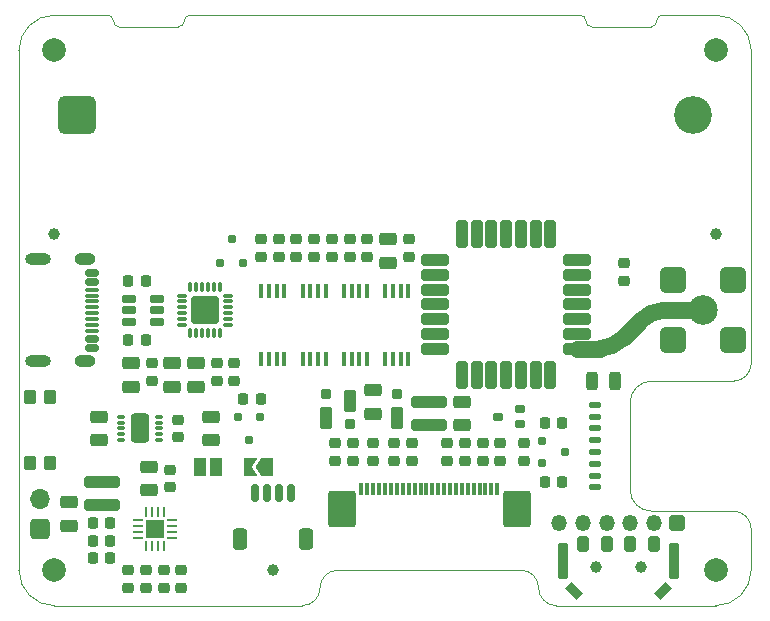
<source format=gts>
%TF.GenerationSoftware,KiCad,Pcbnew,8.0.8+1*%
%TF.CreationDate,2025-10-29T14:44:18+00:00*%
%TF.ProjectId,LoRa-V3-PCB,4c6f5261-2d56-4332-9d50-43422e6b6963,rev?*%
%TF.SameCoordinates,Original*%
%TF.FileFunction,Soldermask,Top*%
%TF.FilePolarity,Negative*%
%FSLAX46Y46*%
G04 Gerber Fmt 4.6, Leading zero omitted, Abs format (unit mm)*
G04 Created by KiCad (PCBNEW 8.0.8+1) date 2025-10-29 14:44:18*
%MOMM*%
%LPD*%
G01*
G04 APERTURE LIST*
G04 Aperture macros list*
%AMRoundRect*
0 Rectangle with rounded corners*
0 $1 Rounding radius*
0 $2 $3 $4 $5 $6 $7 $8 $9 X,Y pos of 4 corners*
0 Add a 4 corners polygon primitive as box body*
4,1,4,$2,$3,$4,$5,$6,$7,$8,$9,$2,$3,0*
0 Add four circle primitives for the rounded corners*
1,1,$1+$1,$2,$3*
1,1,$1+$1,$4,$5*
1,1,$1+$1,$6,$7*
1,1,$1+$1,$8,$9*
0 Add four rect primitives between the rounded corners*
20,1,$1+$1,$2,$3,$4,$5,0*
20,1,$1+$1,$4,$5,$6,$7,0*
20,1,$1+$1,$6,$7,$8,$9,0*
20,1,$1+$1,$8,$9,$2,$3,0*%
%AMFreePoly0*
4,1,6,1.000000,0.000000,0.500000,-0.750000,-0.500000,-0.750000,-0.500000,0.750000,0.500000,0.750000,1.000000,0.000000,1.000000,0.000000,$1*%
%AMFreePoly1*
4,1,6,0.500000,-0.750000,-0.650000,-0.750000,-0.150000,0.000000,-0.650000,0.750000,0.500000,0.750000,0.500000,-0.750000,0.500000,-0.750000,$1*%
G04 Aperture macros list end*
%TA.AperFunction,Profile*%
%ADD10C,0.050000*%
%TD*%
%TA.AperFunction,Profile*%
%ADD11C,0.100000*%
%TD*%
%ADD12C,1.400000*%
%ADD13RoundRect,0.070000X0.105000X-0.530000X0.105000X0.530000X-0.105000X0.530000X-0.105000X-0.530000X0*%
%ADD14R,1.000000X1.500000*%
%ADD15RoundRect,0.200000X-0.300000X0.400000X-0.300000X-0.400000X0.300000X-0.400000X0.300000X0.400000X0*%
%ADD16RoundRect,0.200000X0.550000X-0.300000X0.550000X0.300000X-0.550000X0.300000X-0.550000X-0.300000X0*%
%ADD17RoundRect,0.220000X-0.220000X-0.270000X0.220000X-0.270000X0.220000X0.270000X-0.220000X0.270000X0*%
%ADD18RoundRect,0.220000X0.220000X0.270000X-0.220000X0.270000X-0.220000X-0.270000X0.220000X-0.270000X0*%
%ADD19RoundRect,0.220000X-0.270000X0.220000X-0.270000X-0.220000X0.270000X-0.220000X0.270000X0.220000X0*%
%ADD20RoundRect,0.120000X-0.180000X-0.255000X0.180000X-0.255000X0.180000X0.255000X-0.180000X0.255000X0*%
%ADD21RoundRect,0.220000X0.270000X-0.220000X0.270000X0.220000X-0.270000X0.220000X-0.270000X-0.220000X0*%
%ADD22RoundRect,0.120000X0.180000X0.255000X-0.180000X0.255000X-0.180000X-0.255000X0.180000X-0.255000X0*%
%ADD23RoundRect,0.200000X-0.550000X0.300000X-0.550000X-0.300000X0.550000X-0.300000X0.550000X0.300000X0*%
%ADD24RoundRect,0.200000X-1.300000X0.300000X-1.300000X-0.300000X1.300000X-0.300000X1.300000X0.300000X0*%
%ADD25C,1.000000*%
%ADD26RoundRect,0.062500X-0.375000X-0.062500X0.375000X-0.062500X0.375000X0.062500X-0.375000X0.062500X0*%
%ADD27RoundRect,0.062500X-0.062500X-0.375000X0.062500X-0.375000X0.062500X0.375000X-0.062500X0.375000X0*%
%ADD28RoundRect,0.240000X-0.560000X-0.560000X0.560000X-0.560000X0.560000X0.560000X-0.560000X0.560000X0*%
%ADD29RoundRect,0.120000X0.480000X0.180000X-0.480000X0.180000X-0.480000X-0.180000X0.480000X-0.180000X0*%
%ADD30RoundRect,0.060000X-0.265000X0.090000X-0.265000X-0.090000X0.265000X-0.090000X0.265000X0.090000X0*%
%ADD31RoundRect,0.310000X-0.465000X0.930000X-0.465000X-0.930000X0.465000X-0.930000X0.465000X0.930000X0*%
%ADD32RoundRect,0.132000X0.298000X-0.198000X0.298000X0.198000X-0.298000X0.198000X-0.298000X-0.198000X0*%
%ADD33RoundRect,0.165000X0.385000X-0.735000X0.385000X0.735000X-0.385000X0.735000X-0.385000X-0.735000X0*%
%ADD34RoundRect,0.120000X0.280000X-0.280000X0.280000X0.280000X-0.280000X0.280000X-0.280000X-0.280000X0*%
%ADD35RoundRect,0.200000X1.300000X-0.300000X1.300000X0.300000X-1.300000X0.300000X-1.300000X-0.300000X0*%
%ADD36C,2.000000*%
%ADD37RoundRect,0.523529X-1.078471X-1.078471X1.078471X-1.078471X1.078471X1.078471X-1.078471X1.078471X0*%
%ADD38C,3.204000*%
%ADD39RoundRect,0.250000X-0.425000X0.425000X-0.425000X-0.425000X0.425000X-0.425000X0.425000X0.425000X0*%
%ADD40O,1.350000X1.350000*%
%ADD41RoundRect,0.060000X-0.365000X-0.090000X0.365000X-0.090000X0.365000X0.090000X-0.365000X0.090000X0*%
%ADD42RoundRect,0.060000X-0.090000X-0.365000X0.090000X-0.365000X0.090000X0.365000X-0.090000X0.365000X0*%
%ADD43RoundRect,0.235000X-0.940000X-0.940000X0.940000X-0.940000X0.940000X0.940000X-0.940000X0.940000X0*%
%ADD44RoundRect,0.150000X0.350000X0.500000X-0.350000X0.500000X-0.350000X-0.500000X0.350000X-0.500000X0*%
%ADD45RoundRect,0.127500X0.297500X1.372500X-0.297500X1.372500X-0.297500X-1.372500X0.297500X-1.372500X0*%
%ADD46RoundRect,0.120000X0.608112X0.212132X0.212132X0.608112X-0.608112X-0.212132X-0.212132X-0.608112X0*%
%ADD47RoundRect,0.120000X-0.212132X0.608112X-0.608112X0.212132X0.212132X-0.608112X0.608112X-0.212132X0*%
%ADD48RoundRect,0.120000X-0.255000X0.180000X-0.255000X-0.180000X0.255000X-0.180000X0.255000X0.180000X0*%
%ADD49C,2.500000*%
%ADD50RoundRect,0.440000X0.660000X0.660000X-0.660000X0.660000X-0.660000X-0.660000X0.660000X-0.660000X0*%
%ADD51RoundRect,0.200000X-0.300000X-0.550000X0.300000X-0.550000X0.300000X0.550000X-0.300000X0.550000X0*%
%ADD52RoundRect,0.150000X-0.150000X-0.625000X0.150000X-0.625000X0.150000X0.625000X-0.150000X0.625000X0*%
%ADD53RoundRect,0.250000X-0.350000X-0.650000X0.350000X-0.650000X0.350000X0.650000X-0.350000X0.650000X0*%
%ADD54RoundRect,0.230000X-0.920000X-1.320000X0.920000X-1.320000X0.920000X1.320000X-0.920000X1.320000X0*%
%ADD55RoundRect,0.060000X-0.090000X-0.490000X0.090000X-0.490000X0.090000X0.490000X-0.090000X0.490000X0*%
%ADD56RoundRect,0.340000X0.510000X0.510000X-0.510000X0.510000X-0.510000X-0.510000X0.510000X-0.510000X0*%
%ADD57O,1.700000X1.700000*%
%ADD58RoundRect,0.165000X-0.385000X0.735000X-0.385000X-0.735000X0.385000X-0.735000X0.385000X0.735000X0*%
%ADD59RoundRect,0.120000X-0.280000X0.280000X-0.280000X-0.280000X0.280000X-0.280000X0.280000X0.280000X0*%
%ADD60RoundRect,0.120000X-0.455000X0.180000X-0.455000X-0.180000X0.455000X-0.180000X0.455000X0.180000X0*%
%ADD61RoundRect,0.075000X-0.500000X0.075000X-0.500000X-0.075000X0.500000X-0.075000X0.500000X0.075000X0*%
%ADD62O,1.800000X1.000000*%
%ADD63O,2.200000X1.000000*%
%ADD64RoundRect,0.125000X0.425000X-0.125000X0.425000X0.125000X-0.425000X0.125000X-0.425000X-0.125000X0*%
%ADD65RoundRect,0.200000X0.950000X-0.300000X0.950000X0.300000X-0.950000X0.300000X-0.950000X-0.300000X0*%
%ADD66RoundRect,0.200000X0.300000X0.950000X-0.300000X0.950000X-0.300000X-0.950000X0.300000X-0.950000X0*%
%ADD67RoundRect,0.200000X-0.950000X0.300000X-0.950000X-0.300000X0.950000X-0.300000X0.950000X0.300000X0*%
%ADD68RoundRect,0.200000X-0.300000X-0.950000X0.300000X-0.950000X0.300000X0.950000X-0.300000X0.950000X0*%
%ADD69FreePoly0,180.000000*%
%ADD70FreePoly1,180.000000*%
G04 APERTURE END LIST*
D10*
X162500000Y-73000000D02*
G75*
G02*
X162000000Y-72500000I0J500000D01*
G01*
D11*
X114000000Y-75000000D02*
X114000000Y-119000000D01*
X167550000Y-114000000D02*
X174500000Y-114000000D01*
D10*
X128500000Y-72000000D02*
X161500000Y-72000000D01*
D11*
X176000000Y-119000000D02*
G75*
G02*
X173000000Y-122000000I-3000000J0D01*
G01*
D10*
X161500000Y-72000000D02*
G75*
G02*
X162000000Y-72500000I0J-500000D01*
G01*
X122500000Y-73000000D02*
G75*
G02*
X122000000Y-72500000I0J500000D01*
G01*
X128000000Y-72500000D02*
G75*
G02*
X128500000Y-72000000I500000J0D01*
G01*
D11*
X176000000Y-115500000D02*
X176000000Y-119000000D01*
D10*
X167500000Y-73000000D02*
X162500000Y-73000000D01*
D11*
X165750000Y-104800000D02*
G75*
G02*
X167550000Y-103000000I1800000J0D01*
G01*
X139500000Y-120500000D02*
G75*
G02*
X138000000Y-122000000I-1500000J0D01*
G01*
X139500000Y-120500000D02*
G75*
G02*
X141000000Y-119000000I1500000J0D01*
G01*
D10*
X122500000Y-73000000D02*
X127500000Y-73000000D01*
X121500000Y-72000000D02*
G75*
G02*
X122000000Y-72500000I0J-500000D01*
G01*
D11*
X176000000Y-101500000D02*
G75*
G02*
X174500000Y-103000000I-1500000J0D01*
G01*
X117000000Y-122000000D02*
G75*
G02*
X114000000Y-119000000I0J3000000D01*
G01*
D10*
X128000000Y-72500000D02*
G75*
G02*
X127500000Y-73000000I-500000J0D01*
G01*
D11*
X156500000Y-119000000D02*
G75*
G02*
X158000000Y-120500000I0J-1500000D01*
G01*
X174500000Y-103000000D02*
X167550000Y-103000000D01*
X159500000Y-122000000D02*
X173000000Y-122000000D01*
X167550000Y-114000000D02*
G75*
G02*
X165750000Y-112200000I0J1800000D01*
G01*
X165750000Y-104800000D02*
X165750000Y-112200000D01*
X173000000Y-72000000D02*
G75*
G02*
X176000000Y-75000000I0J-3000000D01*
G01*
X156500000Y-119000000D02*
X141000000Y-119000000D01*
D10*
X117000000Y-72000000D02*
X121500000Y-72000000D01*
D11*
X176000000Y-75000000D02*
X176000000Y-101500000D01*
D10*
X168000000Y-72500000D02*
G75*
G02*
X167500000Y-73000000I-500000J0D01*
G01*
D11*
X114000000Y-75000000D02*
G75*
G02*
X117000000Y-72000000I3000000J0D01*
G01*
X174500000Y-114000000D02*
G75*
G02*
X176000000Y-115500000I0J-1500000D01*
G01*
X159500000Y-122000000D02*
G75*
G02*
X158000000Y-120500000I0J1500000D01*
G01*
D10*
X168500000Y-72000000D02*
X173000000Y-72000000D01*
X168000000Y-72500000D02*
G75*
G02*
X168500000Y-72000000I500000J0D01*
G01*
D11*
X117000000Y-122000000D02*
X138000000Y-122000000D01*
D12*
X168574270Y-97001892D02*
X171898108Y-97001892D01*
X161250000Y-100250000D02*
X161251863Y-100248137D01*
X165128680Y-99371320D02*
G75*
G02*
X163175730Y-100248102I-2133880J2139620D01*
G01*
X165128680Y-99371320D02*
X166621321Y-97878679D01*
X161251863Y-100248137D02*
X163175732Y-100248137D01*
X166621321Y-97878679D02*
G75*
G02*
X168574270Y-97001898I2133879J-2139621D01*
G01*
X171898108Y-97001892D02*
X171900000Y-97000000D01*
D13*
%TO.C,IC9*%
X141525000Y-101150000D03*
X142175000Y-101150000D03*
X142825000Y-101150000D03*
X143475000Y-101150000D03*
X143475000Y-95350000D03*
X142825000Y-95350000D03*
X142175000Y-95350000D03*
X141525000Y-95350000D03*
%TD*%
D14*
%TO.C,JP1*%
X129350000Y-110250000D03*
X130650000Y-110250000D03*
%TD*%
D15*
%TO.C,SW1*%
X116600000Y-109900000D03*
X114900000Y-109900000D03*
X116600000Y-104300000D03*
X114900000Y-104300000D03*
%TD*%
D16*
%TO.C,C15*%
X144000000Y-105750000D03*
X144000000Y-103750000D03*
%TD*%
D17*
%TO.C,R19*%
X120250000Y-116500000D03*
X121750000Y-116500000D03*
%TD*%
D16*
%TO.C,C25*%
X130250000Y-108000000D03*
X130250000Y-106000000D03*
%TD*%
D18*
%TO.C,C9*%
X121750000Y-118000000D03*
X120250000Y-118000000D03*
%TD*%
D19*
%TO.C,R10*%
X139000000Y-91000000D03*
X139000000Y-92500000D03*
%TD*%
D20*
%TO.C,Q4*%
X131050000Y-93000000D03*
X132950000Y-93000000D03*
X132000000Y-91000000D03*
%TD*%
D21*
%TO.C,R14*%
X126250000Y-120500000D03*
X126250000Y-119000000D03*
%TD*%
D22*
%TO.C,Q3*%
X134450000Y-106000000D03*
X132550000Y-106000000D03*
X133500000Y-108000000D03*
%TD*%
D21*
%TO.C,R5*%
X127500000Y-107750000D03*
X127500000Y-106250000D03*
%TD*%
D19*
%TO.C,C32*%
X145750000Y-108250000D03*
X145750000Y-109750000D03*
%TD*%
%TO.C,C35*%
X147250000Y-108250000D03*
X147250000Y-109750000D03*
%TD*%
D21*
%TO.C,R13*%
X130750000Y-103000000D03*
X130750000Y-101500000D03*
%TD*%
D23*
%TO.C,C14*%
X127000000Y-101500000D03*
X127000000Y-103500000D03*
%TD*%
D18*
%TO.C,R7*%
X124750000Y-94500000D03*
X123250000Y-94500000D03*
%TD*%
D24*
%TO.C,L1*%
X148750000Y-104750000D03*
X148750000Y-106750000D03*
%TD*%
D21*
%TO.C,C6*%
X136000000Y-92500000D03*
X136000000Y-91000000D03*
%TD*%
D17*
%TO.C,R2*%
X120250000Y-115000000D03*
X121750000Y-115000000D03*
%TD*%
D13*
%TO.C,IC11*%
X134525000Y-101150000D03*
X135175000Y-101150000D03*
X135825000Y-101150000D03*
X136475000Y-101150000D03*
X136475000Y-95350000D03*
X135825000Y-95350000D03*
X135175000Y-95350000D03*
X134525000Y-95350000D03*
%TD*%
D25*
%TO.C,F2*%
X117000000Y-90500000D03*
%TD*%
D26*
%TO.C,IC4*%
X124062500Y-114750000D03*
X124062500Y-115250000D03*
X124062500Y-115750000D03*
X124062500Y-116250000D03*
D27*
X124750000Y-116937500D03*
X125250000Y-116937500D03*
X125750000Y-116937500D03*
X126250000Y-116937500D03*
D26*
X126937500Y-116250000D03*
X126937500Y-115750000D03*
X126937500Y-115250000D03*
X126937500Y-114750000D03*
D27*
X126250000Y-114062500D03*
X125750000Y-114062500D03*
X125250000Y-114062500D03*
X124750000Y-114062500D03*
D28*
X125500000Y-115500000D03*
%TD*%
D29*
%TO.C,IC3*%
X125650000Y-97950000D03*
X125650000Y-97000000D03*
X125650000Y-96050000D03*
X123350000Y-96050000D03*
X123350000Y-97000000D03*
X123350000Y-97950000D03*
%TD*%
D19*
%TO.C,C31*%
X151750000Y-108250000D03*
X151750000Y-109750000D03*
%TD*%
D30*
%TO.C,IC12*%
X122600000Y-106000000D03*
X122600000Y-106500000D03*
X122600000Y-107000000D03*
X122600000Y-107500000D03*
X122600000Y-108000000D03*
X125900000Y-108000000D03*
X125900000Y-107500000D03*
X125900000Y-107000000D03*
X125900000Y-106500000D03*
X125900000Y-106000000D03*
D31*
X124250000Y-107000000D03*
%TD*%
D19*
%TO.C,R21*%
X123250000Y-119000000D03*
X123250000Y-120500000D03*
%TD*%
D32*
%TO.C,Q1*%
X156425000Y-106650000D03*
X156425000Y-105350000D03*
X154575000Y-106000000D03*
%TD*%
D21*
%TO.C,R3*%
X125250000Y-103000000D03*
X125250000Y-101500000D03*
%TD*%
D33*
%TO.C,D3*%
X140000000Y-106100000D03*
D34*
X140000000Y-104100000D03*
%TD*%
D35*
%TO.C,L2*%
X121000000Y-113500000D03*
X121000000Y-111500000D03*
%TD*%
D16*
%TO.C,C26*%
X145250000Y-93000000D03*
X145250000Y-91000000D03*
%TD*%
D36*
%TO.C,H3*%
X117000000Y-119000000D03*
%TD*%
D13*
%TO.C,IC10*%
X138025000Y-101150000D03*
X138675000Y-101150000D03*
X139325000Y-101150000D03*
X139975000Y-101150000D03*
X139975000Y-95350000D03*
X139325000Y-95350000D03*
X138675000Y-95350000D03*
X138025000Y-95350000D03*
%TD*%
D36*
%TO.C,H2*%
X173000000Y-75000000D03*
%TD*%
D13*
%TO.C,IC8*%
X145025000Y-101150000D03*
X145675000Y-101150000D03*
X146325000Y-101150000D03*
X146975000Y-101150000D03*
X146975000Y-95350000D03*
X146325000Y-95350000D03*
X145675000Y-95350000D03*
X145025000Y-95350000D03*
%TD*%
D18*
%TO.C,R23*%
X160000000Y-111500000D03*
X158500000Y-111500000D03*
%TD*%
D21*
%TO.C,C10*%
X126750000Y-112000000D03*
X126750000Y-110500000D03*
%TD*%
D37*
%TO.C,CONN2*%
X118900000Y-80500000D03*
D38*
X171100000Y-80500000D03*
%TD*%
D39*
%TO.C,CONN8*%
X169750000Y-115000000D03*
D40*
X167750000Y-115000000D03*
X165750000Y-115000000D03*
X163750000Y-115000000D03*
X161750000Y-115000000D03*
X159750000Y-115000000D03*
%TD*%
D19*
%TO.C,C36*%
X144000000Y-108250000D03*
X144000000Y-109750000D03*
%TD*%
D25*
%TO.C,F1*%
X135500000Y-119000000D03*
%TD*%
D41*
%TO.C,IC2*%
X127800000Y-95750000D03*
X127800000Y-96250000D03*
X127800000Y-96750000D03*
X127800000Y-97250000D03*
X127800000Y-97750000D03*
X127800000Y-98250000D03*
D42*
X128500000Y-98950000D03*
X129000000Y-98950000D03*
X129500000Y-98950000D03*
X130000000Y-98950000D03*
X130500000Y-98950000D03*
X131000000Y-98950000D03*
D41*
X131700000Y-98250000D03*
X131700000Y-97750000D03*
X131700000Y-97250000D03*
X131700000Y-96750000D03*
X131700000Y-96250000D03*
X131700000Y-95750000D03*
D42*
X131000000Y-95050000D03*
X130500000Y-95050000D03*
X130000000Y-95050000D03*
X129500000Y-95050000D03*
X129000000Y-95050000D03*
X128500000Y-95050000D03*
D43*
X129750000Y-97000000D03*
%TD*%
D25*
%TO.C,SW2*%
X166650000Y-118750000D03*
X162850000Y-118750000D03*
D44*
X167750000Y-116800000D03*
X161750000Y-116800000D03*
X165750000Y-116800000D03*
D45*
X169425000Y-118250000D03*
D46*
X168500000Y-120800000D03*
D47*
X161000000Y-120800000D03*
D45*
X160075000Y-118250000D03*
D44*
X163750000Y-116800000D03*
%TD*%
D19*
%TO.C,R20*%
X124750000Y-119000000D03*
X124750000Y-120500000D03*
%TD*%
D48*
%TO.C,Q2*%
X158250000Y-108050000D03*
X158250000Y-109950000D03*
X160250000Y-109000000D03*
%TD*%
D49*
%TO.C,CONN5*%
X171900000Y-97000000D03*
D50*
X174440000Y-99540000D03*
X174440000Y-94460000D03*
X169360000Y-99540000D03*
X169360000Y-94460000D03*
%TD*%
D33*
%TO.C,D2*%
X146000000Y-106100000D03*
D34*
X146000000Y-104100000D03*
%TD*%
D51*
%TO.C,C27*%
X162500000Y-103000000D03*
X164500000Y-103000000D03*
%TD*%
D21*
%TO.C,C2*%
X165250000Y-94500000D03*
X165250000Y-93000000D03*
%TD*%
D52*
%TO.C,CONN3*%
X134000000Y-112500000D03*
X135000000Y-112500000D03*
X136000000Y-112500000D03*
X137000000Y-112500000D03*
D53*
X132700000Y-116375000D03*
X138300000Y-116375000D03*
%TD*%
D21*
%TO.C,C1*%
X147000000Y-92500000D03*
X147000000Y-91000000D03*
%TD*%
D19*
%TO.C,C34*%
X150250000Y-108250000D03*
X150250000Y-109750000D03*
%TD*%
%TO.C,C33*%
X142250000Y-108250000D03*
X142250000Y-109750000D03*
%TD*%
D36*
%TO.C,H1*%
X117000000Y-75000000D03*
%TD*%
D19*
%TO.C,R9*%
X140500000Y-91000000D03*
X140500000Y-92500000D03*
%TD*%
D21*
%TO.C,C8*%
X143500000Y-92500000D03*
X143500000Y-91000000D03*
%TD*%
D23*
%TO.C,C13*%
X129000000Y-101500000D03*
X129000000Y-103500000D03*
%TD*%
D16*
%TO.C,C11*%
X123500000Y-103500000D03*
X123500000Y-101500000D03*
%TD*%
D19*
%TO.C,C37*%
X140750000Y-108250000D03*
X140750000Y-109750000D03*
%TD*%
D36*
%TO.C,H4*%
X173000000Y-119000000D03*
%TD*%
D18*
%TO.C,R18*%
X134500000Y-104500000D03*
X133000000Y-104500000D03*
%TD*%
%TO.C,R6*%
X124750000Y-99500000D03*
X123250000Y-99500000D03*
%TD*%
D54*
%TO.C,CONN6*%
X141330000Y-113850000D03*
X156170000Y-113850000D03*
D55*
X154500000Y-112150000D03*
X154000000Y-112150000D03*
X153500000Y-112150000D03*
X153000000Y-112150000D03*
X152500000Y-112150000D03*
X152000000Y-112150000D03*
X151500000Y-112150000D03*
X151000000Y-112150000D03*
X150500000Y-112150000D03*
X150000000Y-112150000D03*
X149500000Y-112150000D03*
X149000000Y-112150000D03*
X148500000Y-112150000D03*
X148000000Y-112150000D03*
X147500000Y-112150000D03*
X147000000Y-112150000D03*
X146500000Y-112150000D03*
X146000000Y-112150000D03*
X145500000Y-112150000D03*
X145000000Y-112150000D03*
X144500000Y-112150000D03*
X144000000Y-112150000D03*
X143500000Y-112150000D03*
X143000000Y-112150000D03*
%TD*%
D56*
%TO.C,CONN4*%
X115750000Y-115500000D03*
D57*
X115750000Y-112960000D03*
%TD*%
D58*
%TO.C,D1*%
X142000000Y-104650000D03*
D59*
X142000000Y-106650000D03*
%TD*%
D16*
%TO.C,C18*%
X151500000Y-106750000D03*
X151500000Y-104750000D03*
%TD*%
D21*
%TO.C,C5*%
X142000000Y-92500000D03*
X142000000Y-91000000D03*
%TD*%
D60*
%TO.C,CONN1*%
X120155000Y-93800000D03*
X120155000Y-94600000D03*
D61*
X120155000Y-95750000D03*
X120155000Y-96750000D03*
X120155000Y-97250000D03*
X120155000Y-98250000D03*
D60*
X120155000Y-100200000D03*
X120155000Y-99400000D03*
D61*
X120155000Y-98750000D03*
X120155000Y-97750000D03*
X120155000Y-96250000D03*
X120155000Y-95250000D03*
D62*
X119580000Y-92680000D03*
X119580000Y-101320000D03*
D63*
X115580000Y-92680000D03*
X115580000Y-101320000D03*
%TD*%
D19*
%TO.C,R8*%
X137500000Y-91000000D03*
X137500000Y-92500000D03*
%TD*%
D21*
%TO.C,R11*%
X127750000Y-120500000D03*
X127750000Y-119000000D03*
%TD*%
D64*
%TO.C,CONN7*%
X162750000Y-112000000D03*
X162750000Y-111000000D03*
X162750000Y-110000000D03*
X162750000Y-109000000D03*
X162750000Y-108000000D03*
X162750000Y-107000000D03*
X162750000Y-106000000D03*
X162750000Y-105000000D03*
%TD*%
D19*
%TO.C,C30*%
X153250000Y-108250000D03*
X153250000Y-109750000D03*
%TD*%
D21*
%TO.C,C7*%
X134500000Y-92500000D03*
X134500000Y-91000000D03*
%TD*%
D23*
%TO.C,C17*%
X118250000Y-113250000D03*
X118250000Y-115250000D03*
%TD*%
D25*
%TO.C,F3*%
X173000000Y-90500000D03*
%TD*%
D65*
%TO.C,IC1*%
X149250000Y-92750000D03*
X149250000Y-94000000D03*
X149250000Y-95250000D03*
X149250000Y-96500000D03*
X149250000Y-97750000D03*
X149250000Y-99000000D03*
X149250000Y-100250000D03*
D66*
X151500000Y-102500000D03*
X152750000Y-102500000D03*
X154000000Y-102500000D03*
X155250000Y-102500000D03*
X156500000Y-102500000D03*
X157750000Y-102500000D03*
X159000000Y-102500000D03*
D67*
X161250000Y-100250000D03*
X161250000Y-99000000D03*
X161250000Y-97750000D03*
X161250000Y-96500000D03*
X161250000Y-95250000D03*
X161250000Y-94000000D03*
X161250000Y-92750000D03*
D68*
X159000000Y-90500000D03*
X157750000Y-90500000D03*
X156500000Y-90500000D03*
X155250000Y-90500000D03*
X154000000Y-90500000D03*
X152750000Y-90500000D03*
X151500000Y-90500000D03*
%TD*%
D16*
%TO.C,C16*%
X125000000Y-112250000D03*
X125000000Y-110250000D03*
%TD*%
D17*
%TO.C,R17*%
X158500000Y-106500000D03*
X160000000Y-106500000D03*
%TD*%
D21*
%TO.C,R1*%
X154750000Y-109750000D03*
X154750000Y-108250000D03*
%TD*%
D69*
%TO.C,JP2*%
X134975000Y-110250000D03*
D70*
X133525000Y-110250000D03*
%TD*%
D16*
%TO.C,C12*%
X120750000Y-108000000D03*
X120750000Y-106000000D03*
%TD*%
D19*
%TO.C,R15*%
X132250000Y-101500000D03*
X132250000Y-103000000D03*
%TD*%
D21*
%TO.C,R12*%
X156750000Y-109750000D03*
X156750000Y-108250000D03*
%TD*%
M02*

</source>
